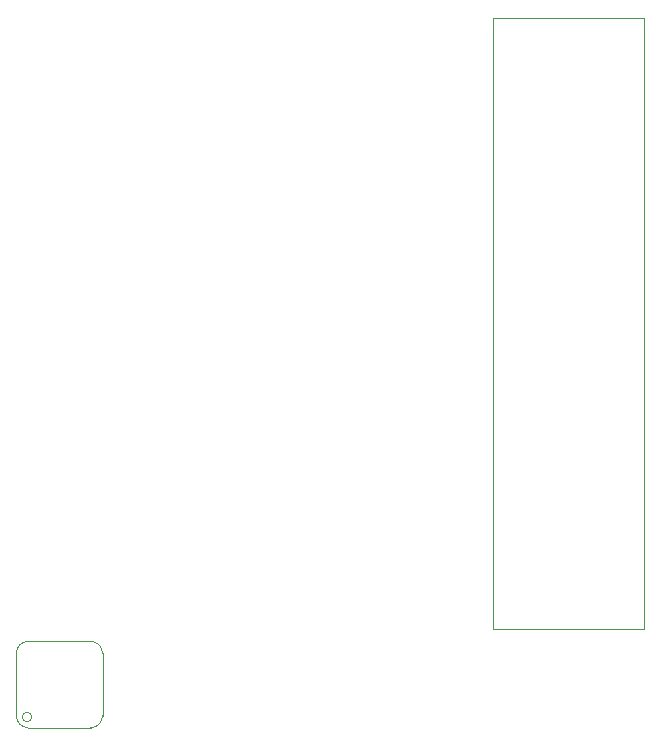
<source format=gbr>
%TF.GenerationSoftware,Altium Limited,Altium Designer,25.3.3 (18)*%
G04 Layer_Color=32768*
%FSLAX45Y45*%
%MOMM*%
%TF.SameCoordinates,ACD2DE35-000D-4175-8758-006393140AE5*%
%TF.FilePolarity,Positive*%
%TF.FileFunction,Other,Top_Component_Outline*%
%TF.Part,Single*%
G01*
G75*
%TA.AperFunction,NonConductor*%
%ADD58C,0.10000*%
D58*
X12566600Y5071700D02*
G03*
X12566600Y5071700I-40000J0D01*
G01*
X12436600Y5081700D02*
G03*
X12536600Y4981700I100000J0D01*
G01*
Y5711700D02*
G03*
X12436600Y5611700I0J-100000D01*
G01*
X13166600D02*
G03*
X13066600Y5711700I-100000J0D01*
G01*
Y4981700D02*
G03*
X13166600Y5081700I0J100000D01*
G01*
X17751501Y5816498D02*
Y10986501D01*
X16471500Y5816498D02*
X17751501D01*
X16471500Y10986501D02*
X17751501D01*
X16471500Y5816498D02*
Y10986501D01*
X12536602Y4981702D02*
X13066599D01*
X12436602Y5081702D02*
Y5611698D01*
X13166599Y5081702D02*
Y5611698D01*
X12536602Y5711698D02*
X13066599D01*
%TF.MD5,f8ef1b289a4bdff718e46a682a6ce66d*%
M02*

</source>
